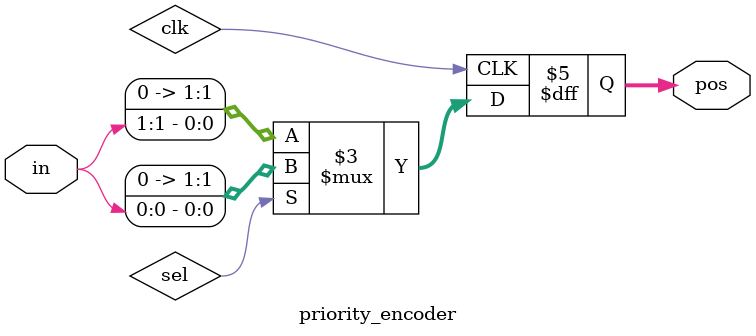
<source format=v>
module priority_encoder( 
input [2:0] in,
output reg [1:0] pos ); 
// When sel=1, assign b to out
// When sel=0, assign a to out
always @(posedge clk)
begin
  if (sel)
    pos <= in[0];
  else
    pos <= in[1];
end
endmodule

</source>
